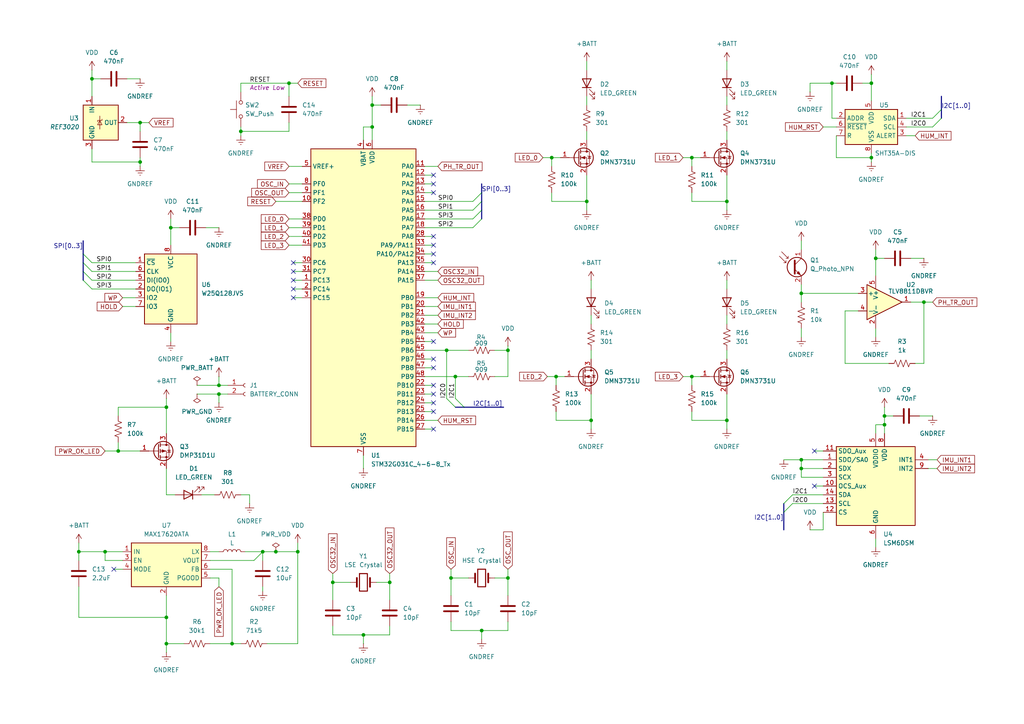
<source format=kicad_sch>
(kicad_sch (version 20231120) (generator "eeschema") (generator_version "8.0")
  (paper "A4")
  (junction (at 69.85 38.1))
  (junction (at 170.18 58.42))
  (junction (at 132.08 109.22))
  (junction (at 86.36 160.02))
  (junction (at 147.32 167.64))
  (junction (at 80.01 160.02))
  (junction (at 113.03 168.91))
  (junction (at 26.67 22.86))
  (junction (at 107.95 30.48))
  (junction (at 232.41 133.35))
  (junction (at 232.41 85.09))
  (junction (at 256.54 123.19))
  (junction (at 63.5 114.3))
  (junction (at 200.66 45.72))
  (junction (at 48.26 118.11))
  (junction (at 139.7 182.88))
  (junction (at 49.53 66.04))
  (junction (at 210.82 121.92))
  (junction (at 147.32 101.6))
  (junction (at 40.64 46.99))
  (junction (at 254 74.93))
  (junction (at 256.54 120.65))
  (junction (at 83.82 24.13))
  (junction (at 48.26 186.69))
  (junction (at 161.29 109.22))
  (junction (at 241.3 24.13))
  (junction (at 130.81 167.64))
  (junction (at 63.5 111.76))
  (junction (at 48.26 179.07))
  (junction (at 200.66 109.22))
  (junction (at 107.95 36.83))
  (junction (at 105.41 184.15))
  (junction (at 67.31 186.69))
  (junction (at 34.29 130.81))
  (junction (at 22.86 160.02))
  (junction (at 129.54 101.6))
  (junction (at 232.41 135.89))
  (junction (at 210.82 58.42))
  (junction (at 30.48 160.02))
  (junction (at 252.73 24.13))
  (junction (at 40.64 35.56))
  (junction (at 267.97 87.63))
  (junction (at 160.02 45.72))
  (junction (at 96.52 168.91))
  (junction (at 252.73 45.72))
  (junction (at 171.45 121.92))
  (junction (at 76.2 160.02))
  (no_connect (at 125.73 114.3))
  (no_connect (at 125.73 50.8))
  (no_connect (at 85.09 86.36))
  (no_connect (at 125.73 99.06))
  (no_connect (at 85.09 83.82))
  (no_connect (at 125.73 111.76))
  (no_connect (at 125.73 53.34))
  (no_connect (at 125.73 124.46))
  (no_connect (at 236.22 130.81))
  (no_connect (at 125.73 76.2))
  (no_connect (at 125.73 116.84))
  (no_connect (at 125.73 55.88))
  (no_connect (at 125.73 119.38))
  (no_connect (at 236.22 140.97))
  (no_connect (at 125.73 106.68))
  (no_connect (at 85.09 76.2))
  (no_connect (at 125.73 73.66))
  (no_connect (at 85.09 78.74))
  (no_connect (at 33.02 165.1))
  (no_connect (at 125.73 71.12))
  (no_connect (at 85.09 81.28))
  (no_connect (at 125.73 68.58))
  (no_connect (at 125.73 104.14))
  (bus_entry (at 227.33 148.59) (size 2.54 -2.54))
  (bus_entry (at 24.13 76.2) (size 2.54 2.54))
  (bus_entry (at 132.08 115.57) (size 2.54 2.54))
  (bus_entry (at 24.13 73.66) (size 2.54 2.54))
  (bus_entry (at 24.13 78.74) (size 2.54 2.54))
  (bus_entry (at 273.05 34.29) (size -2.54 2.54))
  (bus_entry (at 137.16 60.96) (size 2.54 -2.54))
  (bus_entry (at 227.33 146.05) (size 2.54 -2.54))
  (bus_entry (at 137.16 63.5) (size 2.54 -2.54))
  (bus_entry (at 273.05 31.75) (size -2.54 2.54))
  (bus_entry (at 24.13 81.28) (size 2.54 2.54))
  (bus_entry (at 137.16 58.42) (size 2.54 -2.54))
  (bus_entry (at 129.54 115.57) (size 2.54 2.54))
  (bus_entry (at 137.16 66.04) (size 2.54 -2.54))
  (wire (pts (xy 105.41 132.08) (xy 105.41 135.89)))
  (wire (pts (xy 63.5 109.22) (xy 63.5 111.76)))
  (wire (pts (xy 73.66 162.56) (xy 76.2 160.02)))
  (wire (pts (xy 229.87 146.05) (xy 238.76 146.05)))
  (wire (pts (xy 143.51 101.6) (xy 147.32 101.6)))
  (bus (pts (xy 24.13 76.2) (xy 24.13 78.74)))
  (wire (pts (xy 262.89 34.29) (xy 270.51 34.29)))
  (wire (pts (xy 250.19 24.13) (xy 252.73 24.13)))
  (wire (pts (xy 105.41 40.64) (xy 105.41 36.83)))
  (wire (pts (xy 58.42 143.51) (xy 62.23 143.51)))
  (wire (pts (xy 49.53 66.04) (xy 52.07 66.04)))
  (wire (pts (xy 139.7 182.88) (xy 139.7 185.42)))
  (wire (pts (xy 49.53 96.52) (xy 49.53 99.06)))
  (wire (pts (xy 69.85 38.1) (xy 83.82 38.1)))
  (wire (pts (xy 123.19 68.58) (xy 125.73 68.58)))
  (wire (pts (xy 63.5 170.18) (xy 63.5 167.64)))
  (wire (pts (xy 67.31 186.69) (xy 69.85 186.69)))
  (wire (pts (xy 123.19 114.3) (xy 125.73 114.3)))
  (bus (pts (xy 139.7 58.42) (xy 139.7 60.96)))
  (wire (pts (xy 123.19 91.44) (xy 127 91.44)))
  (wire (pts (xy 123.19 96.52) (xy 127 96.52)))
  (wire (pts (xy 171.45 81.28) (xy 171.45 83.82)))
  (wire (pts (xy 40.64 35.56) (xy 43.18 35.56)))
  (wire (pts (xy 256.54 118.11) (xy 256.54 120.65)))
  (wire (pts (xy 33.02 165.1) (xy 35.56 165.1)))
  (wire (pts (xy 49.53 66.04) (xy 49.53 71.12)))
  (wire (pts (xy 85.09 81.28) (xy 87.63 81.28)))
  (wire (pts (xy 123.19 81.28) (xy 127 81.28)))
  (wire (pts (xy 113.03 168.91) (xy 109.22 168.91)))
  (wire (pts (xy 107.95 27.94) (xy 107.95 30.48)))
  (wire (pts (xy 113.03 184.15) (xy 113.03 181.61)))
  (wire (pts (xy 30.48 160.02) (xy 22.86 160.02)))
  (wire (pts (xy 242.57 45.72) (xy 252.73 45.72)))
  (wire (pts (xy 170.18 58.42) (xy 170.18 60.96)))
  (wire (pts (xy 158.75 109.22) (xy 161.29 109.22)))
  (wire (pts (xy 267.97 87.63) (xy 270.51 87.63)))
  (wire (pts (xy 242.57 39.37) (xy 242.57 45.72)))
  (wire (pts (xy 83.82 24.13) (xy 86.36 24.13)))
  (wire (pts (xy 83.82 53.34) (xy 87.63 53.34)))
  (wire (pts (xy 210.82 91.44) (xy 210.82 93.98)))
  (wire (pts (xy 266.7 120.65) (xy 270.51 120.65)))
  (wire (pts (xy 234.95 24.13) (xy 241.3 24.13)))
  (wire (pts (xy 210.82 121.92) (xy 210.82 124.46)))
  (wire (pts (xy 26.67 20.32) (xy 26.67 22.86)))
  (wire (pts (xy 256.54 123.19) (xy 256.54 125.73)))
  (wire (pts (xy 232.41 135.89) (xy 232.41 138.43)))
  (wire (pts (xy 26.67 81.28) (xy 39.37 81.28)))
  (wire (pts (xy 232.41 95.25) (xy 232.41 97.79)))
  (bus (pts (xy 139.7 53.34) (xy 139.7 55.88)))
  (wire (pts (xy 170.18 27.94) (xy 170.18 30.48)))
  (wire (pts (xy 157.48 45.72) (xy 160.02 45.72)))
  (wire (pts (xy 26.67 46.99) (xy 26.67 43.18)))
  (wire (pts (xy 123.19 60.96) (xy 137.16 60.96)))
  (wire (pts (xy 105.41 184.15) (xy 105.41 186.69)))
  (wire (pts (xy 171.45 101.6) (xy 171.45 104.14)))
  (wire (pts (xy 241.3 24.13) (xy 241.3 34.29)))
  (wire (pts (xy 245.11 105.41) (xy 257.81 105.41)))
  (wire (pts (xy 242.57 34.29) (xy 241.3 34.29)))
  (wire (pts (xy 129.54 101.6) (xy 129.54 115.57)))
  (wire (pts (xy 227.33 133.35) (xy 232.41 133.35)))
  (wire (pts (xy 26.67 22.86) (xy 26.67 27.94)))
  (wire (pts (xy 63.5 114.3) (xy 66.04 114.3)))
  (bus (pts (xy 132.08 118.11) (xy 134.62 118.11)))
  (wire (pts (xy 147.32 100.33) (xy 147.32 101.6)))
  (wire (pts (xy 48.26 186.69) (xy 48.26 189.23)))
  (wire (pts (xy 210.82 17.78) (xy 210.82 20.32)))
  (wire (pts (xy 252.73 21.59) (xy 252.73 24.13)))
  (wire (pts (xy 85.09 76.2) (xy 87.63 76.2)))
  (bus (pts (xy 227.33 148.59) (xy 227.33 153.67)))
  (wire (pts (xy 105.41 36.83) (xy 107.95 36.83)))
  (wire (pts (xy 238.76 153.67) (xy 238.76 148.59)))
  (wire (pts (xy 248.92 90.17) (xy 245.11 90.17)))
  (wire (pts (xy 123.19 119.38) (xy 125.73 119.38)))
  (wire (pts (xy 236.22 140.97) (xy 238.76 140.97)))
  (wire (pts (xy 67.31 165.1) (xy 67.31 186.69)))
  (wire (pts (xy 171.45 121.92) (xy 161.29 121.92)))
  (wire (pts (xy 85.09 83.82) (xy 87.63 83.82)))
  (wire (pts (xy 80.01 160.02) (xy 86.36 160.02)))
  (wire (pts (xy 57.15 114.3) (xy 63.5 114.3)))
  (wire (pts (xy 160.02 45.72) (xy 162.56 45.72)))
  (wire (pts (xy 22.86 160.02) (xy 22.86 162.56)))
  (wire (pts (xy 123.19 50.8) (xy 125.73 50.8)))
  (wire (pts (xy 72.39 143.51) (xy 69.85 143.51)))
  (wire (pts (xy 71.12 160.02) (xy 76.2 160.02)))
  (wire (pts (xy 86.36 160.02) (xy 86.36 186.69)))
  (wire (pts (xy 210.82 58.42) (xy 200.66 58.42)))
  (wire (pts (xy 86.36 157.48) (xy 86.36 160.02)))
  (wire (pts (xy 83.82 68.58) (xy 87.63 68.58)))
  (wire (pts (xy 22.86 179.07) (xy 48.26 179.07)))
  (wire (pts (xy 198.12 109.22) (xy 200.66 109.22)))
  (wire (pts (xy 123.19 63.5) (xy 137.16 63.5)))
  (wire (pts (xy 69.85 24.13) (xy 83.82 24.13)))
  (wire (pts (xy 123.19 111.76) (xy 125.73 111.76)))
  (wire (pts (xy 200.66 111.76) (xy 200.66 109.22)))
  (wire (pts (xy 232.41 85.09) (xy 248.92 85.09)))
  (wire (pts (xy 40.64 46.99) (xy 40.64 48.26)))
  (wire (pts (xy 210.82 50.8) (xy 210.82 58.42)))
  (wire (pts (xy 262.89 36.83) (xy 270.51 36.83)))
  (wire (pts (xy 107.95 36.83) (xy 107.95 40.64)))
  (bus (pts (xy 139.7 60.96) (xy 139.7 63.5)))
  (wire (pts (xy 22.86 157.48) (xy 22.86 160.02)))
  (wire (pts (xy 40.64 35.56) (xy 36.83 35.56)))
  (wire (pts (xy 123.19 48.26) (xy 127 48.26)))
  (wire (pts (xy 160.02 48.26) (xy 160.02 45.72)))
  (wire (pts (xy 200.66 48.26) (xy 200.66 45.72)))
  (wire (pts (xy 139.7 182.88) (xy 147.32 182.88)))
  (wire (pts (xy 48.26 115.57) (xy 48.26 118.11)))
  (wire (pts (xy 171.45 114.3) (xy 171.45 121.92)))
  (wire (pts (xy 236.22 130.81) (xy 238.76 130.81)))
  (wire (pts (xy 269.24 133.35) (xy 271.78 133.35)))
  (wire (pts (xy 123.19 116.84) (xy 125.73 116.84)))
  (wire (pts (xy 264.16 74.93) (xy 267.97 74.93)))
  (wire (pts (xy 200.66 58.42) (xy 200.66 55.88)))
  (bus (pts (xy 24.13 73.66) (xy 24.13 76.2)))
  (wire (pts (xy 252.73 24.13) (xy 252.73 29.21)))
  (bus (pts (xy 134.62 118.11) (xy 146.05 118.11)))
  (wire (pts (xy 60.96 160.02) (xy 63.5 160.02)))
  (wire (pts (xy 96.52 184.15) (xy 105.41 184.15)))
  (wire (pts (xy 130.81 167.64) (xy 130.81 172.72)))
  (wire (pts (xy 234.95 26.67) (xy 234.95 24.13)))
  (wire (pts (xy 210.82 38.1) (xy 210.82 40.64)))
  (wire (pts (xy 130.81 182.88) (xy 139.7 182.88)))
  (wire (pts (xy 123.19 76.2) (xy 125.73 76.2)))
  (wire (pts (xy 147.32 101.6) (xy 147.32 109.22)))
  (wire (pts (xy 254 72.39) (xy 254 74.93)))
  (wire (pts (xy 160.02 58.42) (xy 160.02 55.88)))
  (wire (pts (xy 170.18 38.1) (xy 170.18 40.64)))
  (wire (pts (xy 254 95.25) (xy 254 97.79)))
  (wire (pts (xy 256.54 120.65) (xy 259.08 120.65)))
  (wire (pts (xy 77.47 186.69) (xy 86.36 186.69)))
  (wire (pts (xy 200.66 109.22) (xy 203.2 109.22)))
  (wire (pts (xy 147.32 165.1) (xy 147.32 167.64)))
  (wire (pts (xy 34.29 128.27) (xy 34.29 130.81)))
  (wire (pts (xy 161.29 121.92) (xy 161.29 119.38)))
  (wire (pts (xy 34.29 120.65) (xy 34.29 118.11)))
  (wire (pts (xy 123.19 93.98) (xy 127 93.98)))
  (wire (pts (xy 72.39 146.05) (xy 72.39 143.51)))
  (wire (pts (xy 83.82 63.5) (xy 87.63 63.5)))
  (wire (pts (xy 40.64 38.1) (xy 40.64 35.56)))
  (wire (pts (xy 210.82 121.92) (xy 200.66 121.92)))
  (wire (pts (xy 123.19 88.9) (xy 127 88.9)))
  (wire (pts (xy 171.45 91.44) (xy 171.45 93.98)))
  (wire (pts (xy 123.19 99.06) (xy 125.73 99.06)))
  (wire (pts (xy 123.19 73.66) (xy 125.73 73.66)))
  (wire (pts (xy 76.2 160.02) (xy 80.01 160.02)))
  (wire (pts (xy 147.32 182.88) (xy 147.32 180.34)))
  (wire (pts (xy 59.69 66.04) (xy 63.5 66.04)))
  (wire (pts (xy 76.2 162.56) (xy 76.2 160.02)))
  (wire (pts (xy 232.41 135.89) (xy 238.76 135.89)))
  (wire (pts (xy 101.6 168.91) (xy 96.52 168.91)))
  (wire (pts (xy 254 123.19) (xy 256.54 123.19)))
  (wire (pts (xy 123.19 106.68) (xy 125.73 106.68)))
  (wire (pts (xy 254 74.93) (xy 256.54 74.93)))
  (wire (pts (xy 132.08 109.22) (xy 135.89 109.22)))
  (wire (pts (xy 170.18 50.8) (xy 170.18 58.42)))
  (bus (pts (xy 273.05 27.94) (xy 273.05 31.75)))
  (wire (pts (xy 254 156.21) (xy 254 158.75)))
  (wire (pts (xy 80.01 58.42) (xy 87.63 58.42)))
  (wire (pts (xy 22.86 170.18) (xy 22.86 179.07)))
  (wire (pts (xy 60.96 165.1) (xy 67.31 165.1)))
  (wire (pts (xy 254 125.73) (xy 254 123.19)))
  (wire (pts (xy 48.26 179.07) (xy 48.26 186.69)))
  (wire (pts (xy 48.26 143.51) (xy 48.26 135.89)))
  (wire (pts (xy 130.81 180.34) (xy 130.81 182.88)))
  (wire (pts (xy 35.56 162.56) (xy 30.48 162.56)))
  (wire (pts (xy 85.09 78.74) (xy 87.63 78.74)))
  (wire (pts (xy 241.3 24.13) (xy 242.57 24.13)))
  (wire (pts (xy 69.85 26.67) (xy 69.85 24.13)))
  (wire (pts (xy 123.19 104.14) (xy 125.73 104.14)))
  (wire (pts (xy 161.29 109.22) (xy 163.83 109.22)))
  (wire (pts (xy 34.29 130.81) (xy 40.64 130.81)))
  (wire (pts (xy 123.19 66.04) (xy 137.16 66.04)))
  (wire (pts (xy 83.82 24.13) (xy 83.82 27.94)))
  (wire (pts (xy 200.66 45.72) (xy 203.2 45.72)))
  (wire (pts (xy 83.82 48.26) (xy 87.63 48.26)))
  (wire (pts (xy 48.26 172.72) (xy 48.26 179.07)))
  (wire (pts (xy 210.82 58.42) (xy 210.82 60.96)))
  (wire (pts (xy 26.67 22.86) (xy 29.21 22.86)))
  (wire (pts (xy 123.19 78.74) (xy 127 78.74)))
  (wire (pts (xy 171.45 121.92) (xy 171.45 124.46)))
  (wire (pts (xy 170.18 17.78) (xy 170.18 20.32)))
  (wire (pts (xy 83.82 38.1) (xy 83.82 35.56)))
  (wire (pts (xy 210.82 27.94) (xy 210.82 30.48)))
  (wire (pts (xy 232.41 82.55) (xy 232.41 85.09)))
  (wire (pts (xy 170.18 58.42) (xy 160.02 58.42)))
  (bus (pts (xy 139.7 55.88) (xy 139.7 58.42)))
  (bus (pts (xy 273.05 31.75) (xy 273.05 34.29)))
  (wire (pts (xy 210.82 114.3) (xy 210.82 121.92)))
  (wire (pts (xy 130.81 165.1) (xy 130.81 167.64)))
  (wire (pts (xy 26.67 83.82) (xy 39.37 83.82)))
  (wire (pts (xy 269.24 135.89) (xy 271.78 135.89)))
  (wire (pts (xy 123.19 109.22) (xy 132.08 109.22)))
  (wire (pts (xy 267.97 87.63) (xy 267.97 105.41)))
  (wire (pts (xy 105.41 184.15) (xy 113.03 184.15)))
  (wire (pts (xy 210.82 81.28) (xy 210.82 83.82)))
  (wire (pts (xy 147.32 167.64) (xy 143.51 167.64)))
  (wire (pts (xy 63.5 167.64) (xy 60.96 167.64)))
  (wire (pts (xy 30.48 162.56) (xy 30.48 160.02)))
  (wire (pts (xy 132.08 109.22) (xy 132.08 115.57)))
  (wire (pts (xy 254 74.93) (xy 254 80.01)))
  (bus (pts (xy 24.13 69.85) (xy 24.13 73.66)))
  (wire (pts (xy 48.26 186.69) (xy 53.34 186.69)))
  (wire (pts (xy 245.11 90.17) (xy 245.11 105.41)))
  (wire (pts (xy 35.56 160.02) (xy 30.48 160.02)))
  (wire (pts (xy 83.82 71.12) (xy 87.63 71.12)))
  (wire (pts (xy 229.87 143.51) (xy 238.76 143.51)))
  (wire (pts (xy 200.66 121.92) (xy 200.66 119.38)))
  (wire (pts (xy 50.8 143.51) (xy 48.26 143.51)))
  (wire (pts (xy 96.52 168.91) (xy 96.52 173.99)))
  (wire (pts (xy 262.89 39.37) (xy 265.43 39.37)))
  (wire (pts (xy 85.09 86.36) (xy 87.63 86.36)))
  (wire (pts (xy 107.95 30.48) (xy 110.49 30.48)))
  (wire (pts (xy 147.32 172.72) (xy 147.32 167.64)))
  (wire (pts (xy 30.48 130.81) (xy 34.29 130.81)))
  (wire (pts (xy 96.52 181.61) (xy 96.52 184.15)))
  (wire (pts (xy 143.51 109.22) (xy 147.32 109.22)))
  (wire (pts (xy 252.73 44.45) (xy 252.73 45.72)))
  (wire (pts (xy 76.2 170.18) (xy 76.2 171.45)))
  (wire (pts (xy 238.76 36.83) (xy 242.57 36.83)))
  (wire (pts (xy 83.82 66.04) (xy 87.63 66.04)))
  (wire (pts (xy 48.26 118.11) (xy 48.26 125.73)))
  (wire (pts (xy 232.41 85.09) (xy 232.41 87.63)))
  (wire (pts (xy 35.56 86.36) (xy 39.37 86.36)))
  (wire (pts (xy 123.19 53.34) (xy 125.73 53.34)))
  (bus (pts (xy 24.13 78.74) (xy 24.13 81.28)))
  (wire (pts (xy 123.19 58.42) (xy 137.16 58.42)))
  (wire (pts (xy 34.29 118.11) (xy 48.26 118.11)))
  (wire (pts (xy 69.85 38.1) (xy 69.85 39.37)))
  (wire (pts (xy 123.19 86.36) (xy 127 86.36)))
  (wire (pts (xy 63.5 116.84) (xy 63.5 114.3)))
  (wire (pts (xy 113.03 166.37) (xy 113.03 168.91)))
  (wire (pts (xy 210.82 101.6) (xy 210.82 104.14)))
  (bus (pts (xy 227.33 146.05) (xy 227.33 148.59)))
  (wire (pts (xy 123.19 121.92) (xy 127 121.92)))
  (wire (pts (xy 35.56 88.9) (xy 39.37 88.9)))
  (wire (pts (xy 123.19 101.6) (xy 129.54 101.6)))
  (wire (pts (xy 40.64 45.72) (xy 40.64 46.99)))
  (wire (pts (xy 83.82 55.88) (xy 87.63 55.88)))
  (wire (pts (xy 60.96 162.56) (xy 73.66 162.56)))
  (wire (pts (xy 232.41 138.43) (xy 238.76 138.43)))
  (wire (pts (xy 57.15 111.76) (xy 63.5 111.76)))
  (wire (pts (xy 49.53 63.5) (xy 49.53 66.04)))
  (wire (pts (xy 232.41 133.35) (xy 238.76 133.35)))
  (wire (pts (xy 161.29 111.76) (xy 161.29 109.22)))
  (wire (pts (xy 135.89 167.64) (xy 130.81 167.64)))
  (wire (pts (xy 118.11 30.48) (xy 121.92 30.48)))
  (wire (pts (xy 107.95 30.48) (xy 107.95 36.83)))
  (wire (pts (xy 40.64 46.99) (xy 26.67 46.99)))
  (wire (pts (xy 63.5 111.76) (xy 66.04 111.76)))
  (wire (pts (xy 198.12 45.72) (xy 200.66 45.72)))
  (wire (pts (xy 60.96 186.69) (xy 67.31 186.69)))
  (wire (pts (xy 36.83 22.86) (xy 40.64 22.86)))
  (wire (pts (xy 232.41 133.35) (xy 232.41 135.89)))
  (wire (pts (xy 232.41 69.85) (xy 232.41 72.39)))
  (wire (pts (xy 123.19 124.46) (xy 125.73 124.46)))
  (wire (pts (xy 113.03 173.99) (xy 113.03 168.91)))
  (wire (pts (xy 123.19 55.88) (xy 125.73 55.88)))
  (wire (pts (xy 252.73 45.72) (xy 252.73 46.99)))
  (wire (pts (xy 69.85 36.83) (xy 69.85 38.1)))
  (wire (pts (xy 123.19 71.12) (xy 125.73 71.12)))
  (wire (pts (xy 234.95 153.67) (xy 238.76 153.67)))
  (wire (pts (xy 96.52 166.37) (xy 96.52 168.91)))
  (wire (pts (xy 265.43 105.41) (xy 267.97 105.41)))
  (wire (pts (xy 129.54 101.6) (xy 135.89 101.6)))
  (wire (pts (xy 26.67 76.2) (xy 39.37 76.2)))
  (wire (pts (xy 264.16 87.63) (xy 267.97 87.63)))
  (wire (pts (xy 26.67 78.74) (xy 39.37 78.74)))
  (wire (pts (xy 256.54 120.65) (xy 256.54 123.19)))
  (label "SPI1" (at 27.94 78.74 0))
  (label "I2C1" (at 229.87 143.51 0))
  (label "I2C0" (at 264.16 36.83 0))
  (label "I2C[1..0]" (at 273.05 31.75 0))
  (label "SPI[0..3]" (at 24.13 72.39 180))
  (label "I2C1" (at 132.08 115.57 90))
  (label "SPI2" (at 127 66.04 0))
  (label "SPI1" (at 127 60.96 0))
  (label "I2C1" (at 264.16 34.29 0))
  (label "SPI[0..3]" (at 139.7 55.88 0))
  (label "I2C0" (at 129.54 115.57 90))
  (label "SPI2" (at 27.94 81.28 0))
  (label "SPI3" (at 127 63.5 0))
  (label "I2C0" (at 229.87 146.05 0))
  (label "I2C[1..0]" (at 227.33 151.13 180))
  (label "RESET" (at 72.39 24.13 0) (property "Signal" "Active Low" (at 72.39 25.4 0) (effects (font (italic yes)) (justify left))))
  (label "SPI3" (at 27.94 83.82 0))
  (label "SPI0" (at 27.94 76.2 0))
  (label "I2C[1..0]" (at 137.16 118.11 0))
  (label "SPI0" (at 127 58.42 0))
  (global_label "RESET" (shape input) (at 86.36 24.13 0) (property "Intersheetrefs" "${INTERSHEET_REFS}" (effects (hide yes))))
  (global_label "IMU_INT2" (shape input) (at 127 91.44 0) (property "Intersheetrefs" "${INTERSHEET_REFS}" (effects (hide yes))))
  (global_label "OSC32_IN" (shape input) (at 127 78.74 0) (property "Intersheetrefs" "${INTERSHEET_REFS}" (effects (hide yes))))
  (global_label "IMU_INT1" (shape input) (at 127 88.9 0) (property "Intersheetrefs" "${INTERSHEET_REFS}" (effects (hide yes))))
  (global_label "LED_2" (shape input) (at 158.75 109.22 180) (property "Intersheetrefs" "${INTERSHEET_REFS}" (effects (hide yes))))
  (global_label "HUM_INT" (shape input) (at 127 86.36 0) (property "Intersheetrefs" "${INTERSHEET_REFS}" (effects (hide yes))))
  (global_label "IMU_INT1" (shape input) (at 271.78 133.35 0) (property "Intersheetrefs" "${INTERSHEET_REFS}" (effects (hide yes))))
  (global_label "WP" (shape input) (at 127 96.52 0) (property "Intersheetrefs" "${INTERSHEET_REFS}" (effects (hide yes))))
  (global_label "OSC_IN" (shape input) (at 130.81 165.1 90) (property "Intersheetrefs" "${INTERSHEET_REFS}" (effects (hide yes))))
  (global_label "OSC_OUT" (shape input) (at 147.32 165.1 90) (property "Intersheetrefs" "${INTERSHEET_REFS}" (effects (hide yes))))
  (global_label "IMU_INT2" (shape input) (at 271.78 135.89 0) (property "Intersheetrefs" "${INTERSHEET_REFS}" (effects (hide yes))))
  (global_label "OSC_OUT" (shape input) (at 83.82 55.88 180) (property "Intersheetrefs" "${INTERSHEET_REFS}" (effects (hide yes))))
  (global_label "LED_3" (shape input) (at 83.82 71.12 180) (property "Intersheetrefs" "${INTERSHEET_REFS}" (effects (hide yes))))
  (global_label "LED_0" (shape input) (at 83.82 63.5 180) (property "Intersheetrefs" "${INTERSHEET_REFS}" (effects (hide yes))))
  (global_label "LED_0" (shape input) (at 157.48 45.72 180) (property "Intersheetrefs" "${INTERSHEET_REFS}" (effects (hide yes))))
  (global_label "LED_3" (shape input) (at 198.12 109.22 180) (property "Intersheetrefs" "${INTERSHEET_REFS}" (effects (hide yes))))
  (global_label "OSC32_IN" (shape input) (at 96.52 166.37 90) (property "Intersheetrefs" "${INTERSHEET_REFS}" (effects (hide yes))))
  (global_label "OSC32_OUT" (shape input) (at 113.03 166.37 90) (property "Intersheetrefs" "${INTERSHEET_REFS}" (effects (hide yes))))
  (global_label "RESET" (shape input) (at 80.01 58.42 180) (property "Intersheetrefs" "${INTERSHEET_REFS}" (effects (hide yes))))
  (global_label "PWR_OK_LED" (shape input) (at 63.5 170.18 270) (property "Intersheetrefs" "${INTERSHEET_REFS}" (effects (hide yes))))
  (global_label "VREF" (shape input) (at 43.18 35.56 0) (property "Intersheetrefs" "${INTERSHEET_REFS}" (effects (hide yes))))
  (global_label "VREF" (shape input) (at 83.82 48.26 180) (property "Intersheetrefs" "${INTERSHEET_REFS}" (effects (hide yes))))
  (global_label "PH_TR_OUT" (shape input) (at 127 48.26 0) (property "Intersheetrefs" "${INTERSHEET_REFS}" (effects (hide yes))))
  (global_label "LED_1" (shape input) (at 198.12 45.72 180) (property "Intersheetrefs" "${INTERSHEET_REFS}" (effects (hide yes))) (property "Signal" "Active High" (effects (hide yes))))
  (global_label "LED_2" (shape input) (at 83.82 68.58 180) (property "Intersheetrefs" "${INTERSHEET_REFS}" (effects (hide yes))))
  (global_label "LED_1" (shape input) (at 83.82 66.04 180) (property "Intersheetrefs" "${INTERSHEET_REFS}" (effects (hide yes))))
  (global_label "PH_TR_OUT" (shape input) (at 270.51 87.63 0) (property "Intersheetrefs" "${INTERSHEET_REFS}" (effects (hide yes))))
  (global_label "HOLD" (shape input) (at 127 93.98 0) (property "Intersheetrefs" "${INTERSHEET_REFS}" (effects (hide yes))))
  (global_label "OSC_IN" (shape input) (at 83.82 53.34 180) (property "Intersheetrefs" "${INTERSHEET_REFS}" (effects (hide yes))))
  (global_label "HUM_RST" (shape input) (at 238.76 36.83 180) (property "Intersheetrefs" "${INTERSHEET_REFS}" (effects (hide yes))))
  (global_label "WP" (shape input) (at 35.56 86.36 180) (property "Intersheetrefs" "${INTERSHEET_REFS}" (effects (hide yes))))
  (global_label "PWR_OK_LED" (shape input) (at 30.48 130.81 180) (property "Intersheetrefs" "${INTERSHEET_REFS}" (effects (hide yes))))
  (global_label "HUM_RST" (shape input) (at 127 121.92 0) (property "Intersheetrefs" "${INTERSHEET_REFS}" (effects (hide yes))))
  (global_label "OSC32_OUT" (shape input) (at 127 81.28 0) (property "Intersheetrefs" "${INTERSHEET_REFS}" (effects (hide yes))))
  (global_label "HUM_INT" (shape input) (at 265.43 39.37 0) (property "Intersheetrefs" "${INTERSHEET_REFS}" (effects (hide yes))))
  (global_label "HOLD" (shape input) (at 35.56 88.9 180) (property "Intersheetrefs" "${INTERSHEET_REFS}" (effects (hide yes))))
  (symbol (lib_id "Device:R_US") (at 66.04 143.51 90) (unit 1)
    (property "Reference" "R8" (at 66.04 137.16 90))
    (property "Value" "301" (at 66.04 139.7 90))
    (property "Footprint" "Resistor_SMD:R_0402_1005Metric" (effects (hide yes)))
    (property "Datasheet" "https://www.bourns.com/docs/product-datasheets/cr.pdf" (effects (hide yes)))
    (property "Description" "Constant current source" (effects (hide yes)))
    (property "Manufacturer" "Bourns Inc." (effects (hide yes)))
    (property "Part Number" "CR0402-FX-3010GLF" (effects (hide yes)))
  )
  (symbol (lib_id "power:VDD") (at 107.95 27.94 0) (unit 1)
    (property "Reference" "#PWR012" (effects (hide yes)))
    (property "Value" "VDD" (at 107.95 22.86 0))
    (property "Description" "Power symbol creates a global label with name \"VDD\"" (effects (hide yes)))
  )
  (symbol (lib_id "Device:Q_NMOS_GSD") (at 208.28 109.22 0) (unit 1)
    (property "Reference" "Q6" (at 214.63 107.9499 0) (effects (justify left)))
    (property "Value" "DMN3731U" (at 214.63 110.4899 0) (effects (justify left)))
    (property "Footprint" "Package_TO_SOT_SMD:SOT-23-3" (effects (hide yes)))
    (property "Datasheet" "https://www.diodes.com/assets/Datasheets/DMN3731U.pdf" (effects (hide yes)))
    (property "Description" "30V N-CHANNEL ENHANCEMENT MODE MOSFET" (effects (hide yes)))
    (property "Manufacturer" "Diodes Incorporated" (effects (hide yes)))
    (property "Product Number" "DMN3731U" (effects (hide yes)))
  )
  (symbol (lib_id "Device:R_US") (at 160.02 52.07 0) (unit 1)
    (property "Reference" "R10" (at 162.56 50.7999 0) (effects (justify left)))
    (property "Value" "100k" (at 162.56 53.3399 0) (effects (justify left)))
    (property "Footprint" "Resistor_SMD:R_0402_1005Metric" (effects (hide yes)))
    (property "Datasheet" "https://www.bourns.com/docs/product-datasheets/cr.pdf" (effects (hide yes)))
    (property "Description" "Pullup Resistor" (effects (hide yes)))
    (property "Manufacturer" "Bourns Inc." (effects (hide yes)))
    (property "Part Number" "CR0402-FX-1003GLF" (effects (hide yes)))
  )
  (symbol (lib_id "Device:R_US") (at 34.29 124.46 0) (unit 1)
    (property "Reference" "R7" (at 36.83 123.1899 0) (effects (justify left)))
    (property "Value" "100k" (at 36.83 125.7299 0) (effects (justify left)))
    (property "Footprint" "Resistor_SMD:R_0402_1005Metric" (effects (hide yes)))
    (property "Datasheet" "https://www.bourns.com/docs/product-datasheets/cr.pdf" (effects (hide yes)))
    (property "Description" "Pullup Resistor" (effects (hide yes)))
    (property "Manufacturer" "Bourns Inc." (effects (hide yes)))
    (property "Part Number" "CR0402-FX-1003GLF" (effects (hide yes)))
  )
  (symbol (lib_id "Device:C") (at 76.2 166.37 180) (unit 1)
    (property "Reference" "C12" (at 80.01 165.0999 0) (effects (justify right)))
    (property "Value" "10uF" (at 80.01 167.6399 0) (effects (justify right)))
    (property "Footprint" "Capacitor_SMD:C_0603_1608Metric" (effects (hide yes)))
    (property "Datasheet" "https://search.murata.co.jp/Ceramy/image/img/A01X/G101/ENG/GRM188Z71A106KA73-01A.pdf" (effects (hide yes)))
    (property "Description" "Bypass capacitor" (effects (hide yes)))
    (property "Manufacturer" "Murata Electronics" (effects (hide yes)))
    (property "Part Number" "GRM188Z71A106KA73D" (effects (hide yes)))
  )
  (symbol (lib_id "Device:C") (at 260.35 74.93 90) (unit 1)
    (property "Reference" "C5" (at 260.35 67.31 90))
    (property "Value" "470nF" (at 260.35 69.85 90))
    (property "Footprint" "Capacitor_SMD:C_0402_1005Metric" (effects (hide yes)))
    (property "Datasheet" "https://search.murata.co.jp/Ceramy/image/img/A01X/G101/ENG/GCM155C71A474KE36-01.pdf" (effects (hide yes)))
    (property "Description" "Bypass capacitor" (effects (hide yes)))
    (property "Manufacturer" "Murata Electronics" (effects (hide yes)))
    (property "Part Number" "GCM155C71A474KE36D" (effects (hide yes)))
  )
  (symbol (lib_id "Reference_Voltage:REF3020") (at 29.21 35.56 0) (unit 1)
    (property "Reference" "U3" (at 22.86 34.2899 0) (effects (justify right)))
    (property "Value" "REF3020" (at 22.86 36.8299 0) (effects (font (italic yes)) (justify right)))
    (property "Footprint" "Package_TO_SOT_SMD:SOT-23" (effects (hide yes)))
    (property "Datasheet" "http://www.ti.com/lit/ds/symlink/ref3033.pdf" (effects (hide yes)))
    (property "Description" "2.048V 50-ppm/°C Max, 50-μA, CMOS Voltage Reference, SOT-23-3" (effects (hide yes)))
  )
  (symbol (lib_id "Device:C") (at 55.88 66.04 90) (unit 1)
    (property "Reference" "C11" (at 55.88 58.42 90))
    (property "Value" "470nF" (at 55.88 60.96 90))
    (property "Footprint" "Capacitor_SMD:C_0402_1005Metric" (effects (hide yes)))
    (property "Datasheet" "https://search.murata.co.jp/Ceramy/image/img/A01X/G101/ENG/GCM155C71A474KE36-01.pdf" (effects (hide yes)))
    (property "Description" "Bypass capacitor" (effects (hide yes)))
    (property "Manufacturer" "Murata Electronics" (effects (hide yes)))
    (property "Part Number" "GCM155C71A474KE36D" (effects (hide yes)))
  )
  (symbol (lib_id "power:GNDREF") (at 139.7 185.42 0) (unit 1)
    (property "Reference" "#PWR02" (effects (hide yes)))
    (property "Value" "GNDREF" (at 139.7 190.5 0))
    (property "Description" "Power symbol creates a global label with name \"GNDREF\" , reference supply ground" (effects (hide yes)))
  )
  (symbol (lib_id "Device:C") (at 40.64 41.91 180) (unit 1)
    (property "Reference" "C7" (at 44.45 40.6399 0) (effects (justify right)))
    (property "Value" "470nF" (at 44.45 43.1799 0) (effects (justify right)))
    (property "Footprint" "Capacitor_SMD:C_0402_1005Metric" (effects (hide yes)))
    (property "Datasheet" "https://search.murata.co.jp/Ceramy/image/img/A01X/G101/ENG/GCM155C71A474KE36-01.pdf" (effects (hide yes)))
    (property "Description" "Bypass capacitor" (effects (hide yes)))
    (property "Manufacturer" "Murata Electronics" (effects (hide yes)))
    (property "Part Number" "GCM155C71A474KE36D" (effects (hide yes)))
  )
  (symbol (lib_id "Memory_Flash:W25Q128JVS") (at 49.53 83.82 0) (unit 1)
    (property "Reference" "U6" (at 58.42 82.5499 0) (effects (justify left)))
    (property "Value" "W25Q128JVS" (at 58.42 85.0899 0) (effects (justify left)))
    (property "Footprint" "Package_SO:SOIC-8_5.23x5.23mm_P1.27mm" (effects (hide yes)))
    (property "Datasheet" "https://www.winbond.com/resource-files/w25q128jv_dtr%20revc%2003272018%20plus.pdf" (effects (hide yes)))
    (property "Description" "128Mb Serial Flash Memory, Standard/Dual/Quad SPI, SOIC-8" (effects (hide yes)))
  )
  (symbol (lib_id "power:GNDREF") (at 232.41 97.79 0) (unit 1)
    (property "Reference" "#PWR04" (effects (hide yes)))
    (property "Value" "GNDREF" (at 232.41 102.87 0))
    (property "Description" "Power symbol creates a global label with name \"GNDREF\" , reference supply ground" (effects (hide yes)))
  )
  (symbol (lib_id "power:VDD") (at 26.67 20.32 0) (unit 1)
    (property "Reference" "#PWR09" (effects (hide yes)))
    (property "Value" "VDD" (at 26.67 15.24 0))
    (property "Description" "Power symbol creates a global label with name \"VDD\"" (effects (hide yes)))
  )
  (symbol (lib_id "power:+BATT") (at 210.82 17.78 0) (unit 1)
    (property "Reference" "#PWR037" (effects (hide yes)))
    (property "Value" "+BATT" (at 210.82 12.7 0))
    (property "Description" "Power symbol creates a global label with name \"+BATT\"" (effects (hide yes)))
  )
  (symbol (lib_id "Device:C") (at 130.81 176.53 0) (unit 1)
    (property "Reference" "C1" (at 134.62 175.2599 0) (effects (justify left)))
    (property "Value" "10pF" (at 134.62 177.7999 0) (effects (justify left)))
    (property "Footprint" "Capacitor_SMD:C_0402_1005Metric" (effects (hide yes)))
    (property "Datasheet" "https://datasheets.kyocera-avx.com/KGQ-Series.pdf" (effects (hide yes)))
    (property "Description" "10pF Ultra Low ESR RF Capacitor" (effects (hide yes)))
    (property "Manufacturer" "Kyocera" (effects (hide yes)))
    (property "Part Number" "04025U100FAT2A" (effects (hide yes)))
  )
  (symbol (lib_id "Device:R_US") (at 261.62 105.41 90) (unit 1)
    (property "Reference" "R3" (at 261.62 99.06 90))
    (property "Value" "1k" (at 261.62 101.6 90))
    (property "Footprint" "Resistor_SMD:R_0402_1005Metric" (effects (hide yes)))
    (property "Datasheet" "https://www.bourns.com/docs/product-datasheets/cr.pdf" (effects (hide yes)))
    (property "Description" "Battery voltage divider resistor" (effects (hide yes)))
    (property "Manufacturer" "Bourns Inc." (effects (hide yes)))
    (property "Part Number" "CR0402-FX-1001GLF" (effects (hide yes)))
  )
  (symbol (lib_id "power:+BATT") (at 63.5 109.22 0) (unit 1)
    (property "Reference" "#PWR032" (effects (hide yes)))
    (property "Value" "+BATT" (at 63.5 104.14 0))
    (property "Description" "Power symbol creates a global label with name \"+BATT\"" (effects (hide yes)))
  )
  (symbol (lib_id "power:GNDREF") (at 105.41 186.69 0) (unit 1)
    (property "Reference" "#PWR01" (effects (hide yes)))
    (property "Value" "GNDREF" (at 105.41 191.77 0))
    (property "Description" "Power symbol creates a global label with name \"GNDREF\" , reference supply ground" (effects (hide yes)))
  )
  (symbol (lib_id "Device:R_US") (at 232.41 91.44 0) (unit 1)
    (property "Reference" "R1" (at 234.95 90.1699 0) (effects (justify left)))
    (property "Value" "10k" (at 234.95 92.7099 0) (effects (justify left)))
    (property "Footprint" "Resistor_SMD:R_0402_1005Metric" (effects (hide yes)))
    (property "Datasheet" "https://www.bourns.com/docs/product-datasheets/cr.pdf" (effects (hide yes)))
    (property "Description" "Battery voltage divider resistor" (effects (hide yes)))
    (property "Manufacturer" "Bourns Inc." (effects (hide yes)))
    (property "Part Number" "CR0402-FX-1002GLF" (effects (hide yes)))
  )
  (symbol (lib_id "Device:R_US") (at 161.29 115.57 0) (unit 1)
    (property "Reference" "R13" (at 163.83 114.2999 0) (effects (justify left)))
    (property "Value" "100k" (at 163.83 116.8399 0) (effects (justify left)))
    (property "Footprint" "Resistor_SMD:R_0402_1005Metric" (effects (hide yes)))
    (property "Datasheet" "https://www.bourns.com/docs/product-datasheets/cr.pdf" (effects (hide yes)))
    (property "Description" "Pullup Resistor" (effects (hide yes)))
    (property "Manufacturer" "Bourns Inc." (effects (hide yes)))
    (property "Part Number" "CR0402-FX-1003GLF" (effects (hide yes)))
  )
  (symbol (lib_id "Device:C") (at 113.03 177.8 0) (unit 1)
    (property "Reference" "C4" (at 116.84 176.5299 0) (effects (justify left)))
    (property "Value" "10pF" (at 116.84 179.0699 0) (effects (justify left)))
    (property "Footprint" "Capacitor_SMD:C_0402_1005Metric" (effects (hide yes)))
    (property "Datasheet" "https://datasheets.kyocera-avx.com/KGQ-Series.pdf" (effects (hide yes)))
    (property "Description" "10pF Ultra Low ESR RF Capacitor" (effects (hide yes)))
    (property "Manufacturer" "Kyocera" (effects (hide yes)))
    (property "Part Number" "04025U100FAT2A" (effects (hide yes)))
  )
  (symbol (lib_id "Device:Q_PMOS_GSD") (at 45.72 130.81 0) (unit 1)
    (property "Reference" "Q3" (at 52.07 129.5399 0) (effects (justify left)))
    (property "Value" "DMP31D1U" (at 52.07 132.0799 0) (effects (justify left)))
    (property "Footprint" "Package_TO_SOT_SMD:SOT-23-3" (effects (hide yes)))
    (property "Datasheet" "https://www.diodes.com/assets/Datasheets/DMP31D1U.pdf" (effects (hide yes)))
    (property "Description" "30V P-CHANNEL ENHANCEMENT MODE MOSFET" (effects (hide yes)))
    (property "Manufacturer" "Diodes Incorporated" (effects (hide yes)))
    (property "Product Number" "DMP31D1U-7" (effects (hide yes)))
  )
  (symbol (lib_id "Device:R_US") (at 73.66 186.69 90) (unit 1)
    (property "Reference" "R2" (at 73.66 180.34 90))
    (property "Value" "71k5" (at 73.66 182.88 90))
    (property "Footprint" "Resistor_SMD:R_0402_1005Metric" (effects (hide yes)))
    (property "Datasheet" "https://www.bourns.com/docs/product-datasheets/cr.pdf" (effects (hide yes)))
    (property "Description" "Battery voltage divider resistor" (effects (hide yes)))
    (property "Manufacturer" "Bourns Inc." (effects (hide yes)))
    (property "Part Number" "CR0402-FX-7152GLF" (effects (hide yes)))
  )
  (symbol (lib_id "power:GNDREF") (at 254 97.79 0) (unit 1)
    (property "Reference" "#PWR03" (effects (hide yes)))
    (property "Value" "GNDREF" (at 254 102.87 0))
    (property "Description" "Power symbol creates a global label with name \"GNDREF\" , reference supply ground" (effects (hide yes)))
  )
  (symbol (lib_id "Device:LED") (at 210.82 24.13 90) (unit 1)
    (property "Reference" "D3" (at 214.63 24.4474 90) (effects (justify right)))
    (property "Value" "LED_GREEN" (at 214.63 26.9874 90) (effects (justify right)))
    (property "Footprint" "LED_SMD:LED_0402_1005Metric" (effects (hide yes)))
    (property "Datasheet" "https://www.inolux-corp.com/datasheet/SMDLED/Mono%20Color%20Top%20View/IN-S42BT%20Series_V1.0.pdf" (effects (hide yes)))
    (property "Description" "Green power indication LED" (effects (hide yes)))
    (property "Manufacturer" "Inolux" (effects (hide yes)))
    (property "Product Number" "IN-S42BT5G" (effects (hide yes)))
  )
  (symbol (lib_id "Connector:Conn_01x02_Socket") (at 71.12 111.76 0) (unit 1)
    (property "Reference" "J1" (at 72.39 111.7599 0) (effects (justify left)))
    (property "Value" "BATTERY_CONN" (at 72.39 114.2999 0) (effects (justify left)))
    (property "Footprint" "Connector_PinHeader_2.54mm:PinHeader_1x02_P2.54mm_Vertical" (effects (hide yes)))
    (property "Description" "Battery solder points" (effects (hide yes)))
  )
  (symbol (lib_id "power:GNDREF") (at 40.64 22.86 0) (unit 1)
    (property "Reference" "#PWR010" (effects (hide yes)))
    (property "Value" "GNDREF" (at 40.64 27.94 0))
    (property "Description" "Power symbol creates a global label with name \"GNDREF\" , reference supply ground" (effects (hide yes)))
  )
  (symbol (lib_id "power:GNDREF") (at 69.85 39.37 0) (unit 1)
    (property "Reference" "#PWR034" (effects (hide yes)))
    (property "Value" "GNDREF" (at 69.85 44.45 0))
    (property "Description" "Power symbol creates a global label with name \"GNDREF\" , reference supply ground" (effects (hide yes)))
  )
  (symbol (lib_id "Device:C") (at 22.86 166.37 180) (unit 1)
    (property "Reference" "C13" (at 26.67 165.0999 0) (effects (justify right)))
    (property "Value" "2.2uF" (at 26.67 167.6399 0) (effects (justify right)))
    (property "Footprint" "Capacitor_SMD:C_0603_1608Metric" (effects (hide yes)))
    (property "Datasheet" "https://search.murata.co.jp/Ceramy/image/img/A01X/G101/ENG/GRM188R71A225KE15-01.pdf" (effects (hide yes)))
    (property "Description" "Bypass capacitor" (effects (hide yes)))
    (property "Manufacturer" "Murata Electronics" (effects (hide yes)))
    (property "Part Number" "GRM188R71A225KE15D" (effects (hide yes)))
  )
  (symbol (lib_id "power:GNDREF") (at 227.33 133.35 0) (unit 1)
    (property "Reference" "#PWR017" (effects (hide yes)))
    (property "Value" "GNDREF" (at 227.33 138.43 0))
    (property "Description" "Power symbol creates a global label with name \"GNDREF\" , reference supply ground" (effects (hide yes)))
  )
  (symbol (lib_id "power:GNDREF") (at 72.39 146.05 0) (unit 1)
    (property "Reference" "#PWR031" (effects (hide yes)))
    (property "Value" "GNDREF" (at 72.39 151.13 0))
    (property "Description" "Power symbol creates a global label with name \"GNDREF\" , reference supply ground" (effects (hide yes)))
  )
  (symbol (lib_id "Device:Q_Photo_NPN") (at 229.87 77.47 0) (unit 1)
    (property "Reference" "Q1" (at 234.95 75.4506 0) (effects (justify left)))
    (property "Value" "Q_Photo_NPN" (at 234.95 77.9906 0) (effects (justify left)))
    (property "Description" "NPN phototransistor, collector/emitter" (effects (hide yes)))
  )
  (symbol (lib_id "Device:R_US") (at 210.82 34.29 0) (unit 1)
    (property "Reference" "R12" (at 213.36 33.0199 0) (effects (justify left)))
    (property "Value" "301" (at 213.36 35.5599 0) (effects (justify left)))
    (property "Footprint" "Resistor_SMD:R_0402_1005Metric" (effects (hide yes)))
    (property "Datasheet" "https://www.bourns.com/docs/product-datasheets/cr.pdf" (effects (hide yes)))
    (property "Description" "Constant current source" (effects (hide yes)))
    (property "Manufacturer" "Bourns Inc." (effects (hide yes)))
    (property "Part Number" "CR0402-FX-3010GLF" (effects (hide yes)))
  )
  (symbol (lib_id "Device:R_US") (at 171.45 97.79 0) (unit 1)
    (property "Reference" "R14" (at 173.99 96.5199 0) (effects (justify left)))
    (property "Value" "301" (at 173.99 99.0599 0) (effects (justify left)))
    (property "Footprint" "Resistor_SMD:R_0402_1005Metric" (effects (hide yes)))
    (property "Datasheet" "https://www.bourns.com/docs/product-datasheets/cr.pdf" (effects (hide yes)))
    (property "Description" "Constant current source" (effects (hide yes)))
    (property "Manufacturer" "Bourns Inc." (effects (hide yes)))
    (property "Part Number" "CR0402-FX-3010GLF" (effects (hide yes)))
  )
  (symbol (lib_id "Device:C") (at 83.82 31.75 180) (unit 1)
    (property "Reference" "C14" (at 87.63 30.4799 0) (effects (justify right)))
    (property "Value" "470nF" (at 87.63 33.0199 0) (effects (justify right)))
    (property "Footprint" "Capacitor_SMD:C_0402_1005Metric" (effects (hide yes)))
    (property "Datasheet" "https://search.murata.co.jp/Ceramy/image/img/A01X/G101/ENG/GCM155C71A474KE36-01.pdf" (effects (hide yes)))
    (property "Description" "Bypass capacitor" (effects (hide yes)))
    (property "Manufacturer" "Murata Electronics" (effects (hide yes)))
    (property "Part Number" "GCM155C71A474KE36D" (effects (hide yes)))
  )
  (symbol (lib_id "power:+BATT") (at 210.82 81.28 0) (unit 1)
    (property "Reference" "#PWR041" (effects (hide yes)))
    (property "Value" "+BATT" (at 210.82 76.2 0))
    (property "Description" "Power symbol creates a global label with name \"+BATT\"" (effects (hide yes)))
  )
  (symbol (lib_id "power:+BATT") (at 22.86 157.48 0) (unit 1)
    (property "Reference" "#PWR030" (effects (hide yes)))
    (property "Value" "+BATT" (at 22.86 152.4 0))
    (property "Description" "Power symbol creates a global label with name \"+BATT\"" (effects (hide yes)))
  )
  (symbol (lib_id "power:VDD") (at 86.36 157.48 0) (unit 1)
    (property "Reference" "#PWR027" (effects (hide yes)))
    (property "Value" "VDD" (at 86.36 152.4 0))
    (property "Description" "Power symbol creates a global label with name \"VDD\"" (effects (hide yes)))
  )
  (symbol (lib_id "power:GNDREF") (at 252.73 46.99 0) (unit 1)
    (property "Reference" "#PWR021" (effects (hide yes)))
    (property "Value" "GNDREF" (at 252.73 52.07 0))
    (property "Description" "Power symbol creates a global label with name \"GNDREF\" , reference supply ground" (effects (hide yes)))
  )
  (symbol (lib_id "power:GNDREF") (at 105.41 135.89 0) (unit 1)
    (property "Reference" "#PWR011" (effects (hide yes)))
    (property "Value" "GNDREF" (at 105.41 140.97 0))
    (property "Description" "Power symbol creates a global label with name \"GNDREF\" , reference supply ground" (effects (hide yes)))
  )
  (symbol (lib_id "power:GNDREF") (at 270.51 120.65 0) (unit 1)
    (property "Reference" "#PWR015" (effects (hide yes)))
    (property "Value" "GNDREF" (at 270.51 125.73 0))
    (property "Description" "Power symbol creates a global label with name \"GNDREF\" , reference supply ground" (effects (hide yes)))
  )
  (symbol (lib_id "power:GNDREF") (at 267.97 74.93 0) (unit 1)
    (property "Reference" "#PWR07" (effects (hide yes)))
    (property "Value" "GNDREF" (at 267.97 80.01 0))
    (property "Description" "Power symbol creates a global label with name \"GNDREF\" , reference supply ground" (effects (hide yes)))
  )
  (symbol (lib_id "power:+BATT") (at 171.45 81.28 0) (unit 1)
    (property "Reference" "#PWR039" (effects (hide yes)))
    (property "Value" "+BATT" (at 171.45 76.2 0))
    (property "Description" "Power symbol creates a global label with name \"+BATT\"" (effects (hide yes)))
  )
  (symbol (lib_id "power:GNDREF") (at 49.53 99.06 0) (unit 1)
    (property "Reference" "#PWR025" (effects (hide yes)))
    (property "Value" "GNDREF" (at 49.53 104.14 0))
    (property "Description" "Power symbol creates a global label with name \"GNDREF\" , reference supply ground" (effects (hide yes)))
  )
  (symbol (lib_id "power:PWR_FLAG") (at 80.01 160.02 0) (unit 1)
    (property "Reference" "#FLG03" (effects (hide yes)))
    (property "Value" "PWR_VDD" (at 80.01 154.94 0))
    (property "Description" "Special symbol for telling ERC where power comes from" (effects (hide yes)))
  )
  (symbol (lib_id "Device:R_US") (at 200.66 115.57 0) (unit 1)
    (property "Reference" "R15" (at 203.2 114.2999 0) (effects (justify left)))
    (property "Value" "100k" (at 203.2 116.8399 0) (effects (justify left)))
    (property "Footprint" "Resistor_SMD:R_0402_1005Metric" (effects (hide yes)))
    (property "Datasheet" "https://www.bourns.com/docs/product-datasheets/cr.pdf" (effects (hide yes)))
    (property "Description" "Pullup Resistor" (effects (hide yes)))
    (property "Manufacturer" "Bourns Inc." (effects (hide yes)))
    (property "Part Number" "CR0402-FX-1003GLF" (effects (hide yes)))
  )
  (symbol (lib_id "power:GNDREF") (at 40.64 48.26 0) (unit 1)
    (property "Reference" "#PWR08" (effects (hide yes)))
    (property "Value" "GNDREF" (at 40.64 53.34 0))
    (property "Description" "Power symbol creates a global label with name \"GNDREF\" , reference supply ground" (effects (hide yes)))
  )
  (symbol (lib_id "Simulation_SPICE:OPAMP") (at 256.54 87.63 0) (unit 1)
    (property "Reference" "U2" (at 264.16 82.5814 0))
    (property "Value" "TLV8811DBVR" (at 264.16 84.4865 0))
    (property "Footprint" "Package_TO_SOT_SMD:SOT-23-5" (effects (hide yes)))
    (property "Datasheet" "https://www.ti.com/lit/ds/symlink/tlv8811.pdf" (effects (hide yes)))
    (property "Description" "Precision Nanopower Op Amp" (effects (hide yes)))
    (property "Manufacturer" "Texas Instruments" (effects (hide yes)))
    (property "Product Number" "TLV8811DBVR" (effects (hide yes)))
  )
  (symbol (lib_id "Device:C") (at 96.52 177.8 0) (unit 1)
    (property "Reference" "C3" (at 100.33 176.5299 0) (effects (justify left)))
    (property "Value" "10pF" (at 100.33 179.0699 0) (effects (justify left)))
    (property "Footprint" "Capacitor_SMD:C_0402_1005Metric" (effects (hide yes)))
    (property "Datasheet" "https://datasheets.kyocera-avx.com/KGQ-Series.pdf" (effects (hide yes)))
    (property "Description" "10pF Ultra Low ESR RF Capacitor" (effects (hide yes)))
    (property "Manufacturer" "Kyocera" (effects (hide yes)))
    (property "Part Number" "04025U100FAT2A" (effects (hide yes)))
  )
  (symbol (lib_id "power:VDD") (at 256.54 118.11 0) (unit 1)
    (property "Reference" "#PWR014" (effects (hide yes)))
    (property "Value" "VDD" (at 256.54 113.03 0))
    (property "Description" "Power symbol creates a global label with name \"VDD\"" (effects (hide yes)))
  )
  (symbol (lib_id "power:VDD") (at 147.32 100.33 0) (unit 1)
    (property "Reference" "#PWR022" (effects (hide yes)))
    (property "Value" "VDD" (at 147.32 95.25 0))
    (property "Description" "Power symbol creates a global label with name \"VDD\"" (effects (hide yes)))
  )
  (symbol (lib_id "power:GNDREF") (at 170.18 60.96 0) (unit 1)
    (property "Reference" "#PWR036" (effects (hide yes)))
    (property "Value" "GNDREF" (at 170.18 66.04 0))
    (property "Description" "Power symbol creates a global label with name \"GNDREF\" , reference supply ground" (effects (hide yes)))
  )
  (symbol (lib_id "Device:C") (at 262.89 120.65 90) (unit 1)
    (property "Reference" "C9" (at 262.89 113.03 90))
    (property "Value" "470nF" (at 262.89 115.57 90))
    (property "Footprint" "Capacitor_SMD:C_0402_1005Metric" (effects (hide yes)))
    (property "Datasheet" "https://search.murata.co.jp/Ceramy/image/img/A01X/G101/ENG/GCM155C71A474KE36-01.pdf" (effects (hide yes)))
    (property "Description" "Bypass capacitor" (effects (hide yes)))
    (property "Manufacturer" "Murata Electronics" (effects (hide yes)))
    (property "Part Number" "GCM155C71A474KE36D" (effects (hide yes)))
  )
  (symbol (lib_id "power:GNDREF") (at 63.5 116.84 0) (unit 1)
    (property "Reference" "#PWR033" (effects (hide yes)))
    (property "Value" "GNDREF" (at 63.5 121.92 0))
    (property "Description" "Power symbol creates a global label with name \"GNDREF\" , reference supply ground" (effects (hide yes)))
  )
  (symbol (lib_id "Device:C") (at 147.32 176.53 0) (unit 1)
    (property "Reference" "C2" (at 151.13 175.2599 0) (effects (justify left)))
    (property "Value" "10pF" (at 151.13 177.7999 0) (effects (justify left)))
    (property "Footprint" "Capacitor_SMD:C_0402_1005Metric" (effects (hide yes)))
    (property "Datasheet" "https://datasheets.kyocera-avx.com/KGQ-Series.pdf" (effects (hide yes)))
    (property "Description" "10pF Ultra Low ESR RF Capacitor" (effects (hide yes)))
    (property "Manufacturer" "Kyocera" (effects (hide yes)))
    (property "Part Number" "04025U100FAT2A" (effects (hide yes)))
  )
  (symbol (lib_id "Device:C") (at 33.02 22.86 90) (unit 1)
    (property "Reference" "C6" (at 33.02 15.24 90))
    (property "Value" "470nF" (at 33.02 17.78 90))
    (property "Footprint" "Capacitor_SMD:C_0402_1005Metric" (effects (hide yes)))
    (property "Datasheet" "https://search.murata.co.jp/Ceramy/image/img/A01X/G101/ENG/GCM155C71A474KE36-01.pdf" (effects (hide yes)))
    (property "Description" "Bypass capacitor" (effects (hide yes)))
    (property "Manufacturer" "Murata Electronics" (effects (hide yes)))
    (property "Part Number" "GCM155C71A474KE36D" (effects (hide yes)))
  )
  (symbol (lib_id "Switch:SW_Push") (at 69.85 31.75 90) (unit 1)
    (property "Reference" "SW2" (at 71.12 30.4799 90) (effects (justify right)))
    (property "Value" "SW_Push" (at 71.12 33.0199 90) (effects (justify right)))
    (property "Description" "Push button switch, generic, two pins" (effects (hide yes)))
  )
  (symbol (lib_id "Regulator_Switching:MAX17620ATA") (at 48.26 162.56 0) (unit 1)
    (property "Reference" "U7" (at 48.26 152.4 0))
    (property "Value" "MAX17620ATA" (at 48.26 154.94 0))
    (property "Footprint" "Package_DFN_QFN:TDFN-8-1EP_2x2mm_P0.5mm_EP0.8x1.2mm" (effects (hide yes)))
    (property "Datasheet" "https://datasheets.maximintegrated.com/en/ds/MAX17620.pdf" (effects (hide yes)))
    (property "Description" "2.7-5.5V, 600mA, Synchronous Step-Down DC-DC Converter with Integrated MOSFETs, DFN-8" (effects (hide yes)))
  )
  (symbol (lib_id "Device:Q_NMOS_GSD") (at 168.91 109.22 0) (unit 1)
    (property "Reference" "Q5" (at 175.26 107.9499 0) (effects (justify left)))
    (property "Value" "DMN3731U" (at 175.26 110.4899 0) (effects (justify left)))
    (property "Footprint" "Package_TO_SOT_SMD:SOT-23-3" (effects (hide yes)))
    (property "Datasheet" "https://www.diodes.com/assets/Datasheets/DMN3731U.pdf" (effects (hide yes)))
    (property "Description" "30V N-CHANNEL ENHANCEMENT MODE MOSFET" (effects (hide yes)))
    (property "Manufacturer" "Diodes Incorporated" (effects (hide yes)))
    (property "Product Number" "DMN3731U" (effects (hide yes)))
  )
  (symbol (lib_id "Device:C") (at 246.38 24.13 270) (mirror x) (unit 1)
    (property "Reference" "C10" (at 246.38 16.51 90))
    (property "Value" "470nF" (at 246.38 19.05 90))
    (property "Footprint" "Capacitor_SMD:C_0402_1005Metric" (effects (hide yes)))
    (property "Datasheet" "https://search.murata.co.jp/Ceramy/image/img/A01X/G101/ENG/GCM155C71A474KE36-01.pdf" (effects (hide yes)))
    (property "Description" "Bypass capacitor" (effects (hide yes)))
    (property "Manufacturer" "Murata Electronics" (effects (hide yes)))
    (property "Part Number" "GCM155C71A474KE36D" (effects (hide yes)))
  )
  (symbol (lib_id "Device:Crystal") (at 105.41 168.91 0) (unit 1)
    (property "Reference" "Y1" (at 105.41 161.29 0))
    (property "Value" "LSE Crystal" (at 105.41 163.83 0))
    (property "Footprint" "Crystal:Crystal_SMD_3215-2Pin_3.2x1.5mm" (effects (hide yes)))
    (property "Datasheet" "https://ecsxtal.com/store/pdf/ECX-34RR.pdf" (effects (hide yes)))
    (property "Description" "Two pin crystal" (effects (hide yes)))
    (property "Manufacturer" "ECS" (effects (hide yes)))
    (property "Product Number" "ECX-34RR" (effects (hide yes)))
  )
  (symbol (lib_id "Device:R_US") (at 139.7 109.22 90) (unit 1)
    (property "Reference" "R5" (at 138.176 105.41 90) (effects (justify right)))
    (property "Value" "909" (at 137.668 107.188 90) (effects (justify right)))
    (property "Footprint" "Resistor_SMD:R_0402_1005Metric" (effects (hide yes)))
    (property "Datasheet" "https://www.bourns.com/docs/product-datasheets/cr.pdf" (effects (hide yes)))
    (property "Description" "I2C pullup resistor" (effects (hide yes)))
    (property "Manufacturer" "Bourns Inc." (effects (hide yes)))
    (property "Part Number" "CR0402-FX-9090GLF" (effects (hide yes)))
  )
  (symbol (lib_id "Device:R_US") (at 170.18 34.29 0) (unit 1)
    (property "Reference" "R9" (at 172.72 33.0199 0) (effects (justify left)))
    (property "Value" "301" (at 172.72 35.5599 0) (effects (justify left)))
    (property "Footprint" "Resistor_SMD:R_0402_1005Metric" (effects (hide yes)))
    (property "Datasheet" "https://www.bourns.com/docs/product-datasheets/cr.pdf" (effects (hide yes)))
    (property "Description" "Constant current source" (effects (hide yes)))
    (property "Manufacturer" "Bourns Inc." (effects (hide yes)))
    (property "Part Number" "CR0402-FX-3010GLF" (effects (hide yes)))
  )
  (symbol (lib_id "power:GNDREF") (at 234.95 26.67 0) (mirror y) (unit 1)
    (property "Reference" "#PWR020" (effects (hide yes)))
    (property "Value" "GNDREF" (at 234.95 31.75 0))
    (property "Description" "Power symbol creates a global label with name \"GNDREF\" , reference supply ground" (effects (hide yes)))
  )
  (symbol (lib_id "power:GNDREF") (at 48.26 189.23 0) (unit 1)
    (property "Reference" "#PWR026" (effects (hide yes)))
    (property "Value" "GNDREF" (at 48.26 194.31 0))
    (property "Description" "Power symbol creates a global label with name \"GNDREF\" , reference supply ground" (effects (hide yes)))
  )
  (symbol (lib_id "Device:LED") (at 210.82 87.63 90) (unit 1)
    (property "Reference" "D5" (at 214.63 87.9474 90) (effects (justify right)))
    (property "Value" "LED_GREEN" (at 214.63 90.4874 90) (effects (justify right)))
    (property "Footprint" "LED_SMD:LED_0402_1005Metric" (effects (hide yes)))
    (property "Datasheet" "https://www.inolux-corp.com/datasheet/SMDLED/Mono%20Color%20Top%20View/IN-S42BT%20Series_V1.0.pdf" (effects (hide yes)))
    (property "Description" "Green power indication LED" (effects (hide yes)))
    (property "Manufacturer" "Inolux" (effects (hide yes)))
    (property "Product Number" "IN-S42BT5G" (effects (hide yes)))
  )
  (symbol (lib_id "power:PWR_FLAG") (at 57.15 114.3 180) (unit 1)
    (property "Reference" "#FLG02" (effects (hide yes)))
    (property "Value" "PWR_GND" (at 57.15 119.38 0))
    (property "Description" "Special symbol for telling ERC where power comes from" (effects (hide yes)))
  )
  (symbol (lib_id "power:GNDREF") (at 63.5 66.04 0) (unit 1)
    (property "Reference" "#PWR024" (effects (hide yes)))
    (property "Value" "GNDREF" (at 63.5 71.12 0))
    (property "Description" "Power symbol creates a global label with name \"GNDREF\" , reference supply ground" (effects (hide yes)))
  )
  (symbol (lib_id "Device:Crystal") (at 139.7 167.64 0) (unit 1)
    (property "Reference" "Y2" (at 139.446 159.766 0))
    (property "Value" "HSE Crystal" (at 139.7 162.56 0))
    (property "Footprint" "Crystal:Crystal_SMD_5032-4Pin_5.0x3.2mm" (effects (hide yes)))
    (property "Datasheet" "https://ecsxtal.com/store/pdf/ECX-34RR.pdf" (effects (hide yes)))
    (property "Description" "Four pin 8MHz HES Crystal" (effects (hide yes)))
    (property "Manufacturer" "ECS" (effects (hide yes)))
    (property "Product Number" "ECX-53B" (effects (hide yes)))
  )
  (symbol (lib_id "power:GNDREF") (at 254 158.75 0) (unit 1)
    (property "Reference" "#PWR016" (effects (hide yes)))
    (property "Value" "GNDREF" (at 254 163.83 0))
    (property "Description" "Power symbol creates a global label with name \"GNDREF\" , reference supply ground" (effects (hide yes)))
  )
  (symbol (lib_id "Sensor_Humidity:SHT35A-DIS") (at 252.73 36.83 0) (unit 1)
    (property "Reference" "U5" (at 255.016 30.48 0) (effects (justify left)))
    (property "Value" "SHT35A-DIS" (at 253.746 44.45 0) (effects (justify left)))
    (property "Footprint" "Sensor_Humidity:Sensirion_DFN-8-1EP_2.5x2.5mm_P0.5mm_EP1.1x1.7mm" (effects (hide yes)))
    (property "Datasheet" "https://www.sensirion.com/fileadmin/user_upload/customers/sensirion/Dokumente/2_Humidity_Sensors/Datasheets/Sensirion_Humidity_Sensors_SHT3xA_Datasheet.pdf" (effects (hide yes)))
    (property "Description" "I²C humidity and temperature sensor, ±1.5%RH, ±0.2°C, AEQ-100, DFN-8" (effects (hide yes)))
  )
  (symbol (lib_id "power:VDD") (at 254 72.39 0) (unit 1)
    (property "Reference" "#PWR06" (effects (hide yes)))
    (property "Value" "VDD" (at 254 67.31 0))
    (property "Description" "Power symbol creates a global label with name \"VDD\"" (effects (hide yes)))
  )
  (symbol (lib_id "Device:LED") (at 54.61 143.51 180) (unit 1)
    (property "Reference" "D1" (at 56.1975 135.89 0))
    (property "Value" "LED_GREEN" (at 56.1975 138.43 0))
    (property "Footprint" "LED_SMD:LED_0402_1005Metric" (effects (hide yes)))
    (property "Datasheet" "https://www.inolux-corp.com/datasheet/SMDLED/Mono%20Color%20Top%20View/IN-S42BT%20Series_V1.0.pdf" (effects (hide yes)))
    (property "Description" "Green power indication LED" (effects (hide yes)))
    (property "Manufacturer" "Inolux" (effects (hide yes)))
    (property "Product Number" "IN-S42BT5G" (effects (hide yes)))
  )
  (symbol (lib_id "power:VDD") (at 49.53 63.5 0) (unit 1)
    (property "Reference" "#PWR023" (effects (hide yes)))
    (property "Value" "VDD" (at 49.53 58.42 0))
    (property "Description" "Power symbol creates a global label with name \"VDD\"" (effects (hide yes)))
  )
  (symbol (lib_id "Device:Q_NMOS_GSD") (at 167.64 45.72 0) (unit 1)
    (property "Reference" "Q2" (at 173.99 44.4499 0) (effects (justify left)))
    (property "Value" "DMN3731U" (at 173.99 46.9899 0) (effects (justify left)))
    (property "Footprint" "Package_TO_SOT_SMD:SOT-23-3" (effects (hide yes)))
    (property "Datasheet" "https://www.diodes.com/assets/Datasheets/DMN3731U.pdf" (effects (hide yes)))
    (property "Description" "30V N-CHANNEL ENHANCEMENT MODE MOSFET" (effects (hide yes)))
    (property "Manufacturer" "Diodes Incorporated" (effects (hide yes)))
    (property "Product Number" "DMN3731U" (effects (hide yes)))
  )
  (symbol (lib_id "Device:R_US") (at 200.66 52.07 0) (unit 1)
    (property "Reference" "R11" (at 203.2 50.7999 0) (effects (justify left)))
    (property "Value" "100k" (at 203.2 53.3399 0) (effects (justify left)))
    (property "Footprint" "Resistor_SMD:R_0402_1005Metric" (effects (hide yes)))
    (property "Datasheet" "https://www.bourns.com/docs/product-datasheets/cr.pdf" (effects (hide yes)))
    (property "Description" "Pullup Resistor" (effects (hide yes)))
    (property "Manufacturer" "Bourns Inc." (effects (hide yes)))
    (property "Part Number" "CR0402-FX-1003GLF" (effects (hide yes)))
  )
  (symbol (lib_id "Device:R_US") (at 210.82 97.79 0) (unit 1)
    (property "Reference" "R16" (at 213.36 96.5199 0) (effects (justify left)))
    (property "Value" "301" (at 213.36 99.0599 0) (effects (justify left)))
    (property "Footprint" "Resistor_SMD:R_0402_1005Metric" (effects (hide yes)))
    (property "Datasheet" "https://www.bourns.com/docs/product-datasheets/cr.pdf" (effects (hide yes)))
    (property "Description" "Constant current source" (effects (hide yes)))
    (property "Manufacturer" "Bourns Inc." (effects (hide yes)))
    (property "Part Number" "CR0402-FX-3010GLF" (effects (hide yes)))
  )
  (symbol (lib_id "power:+BATT") (at 170.18 17.78 0) (unit 1)
    (property "Reference" "#PWR035" (effects (hide yes)))
    (property "Value" "+BATT" (at 170.18 12.7 0))
    (property "Description" "Power symbol creates a global label with name \"+BATT\"" (effects (hide yes)))
  )
  (symbol (lib_id "MCU_ST_STM32G0:STM32G031C_4-6-8_Tx") (at 105.41 86.36 0) (unit 1)
    (property "Reference" "U1" (at 107.6041 132.08 0) (effects (justify left)))
    (property "Value" "STM32G031C_4-6-8_Tx" (at 107.6041 134.62 0) (effects (justify left)))
    (property "Footprint" "Package_QFP:LQFP-48_7x7mm_P0.5mm" (effects (hide yes)))
    (property "Datasheet" "https://www.st.com/resource/en/datasheet/stm32g031c4.pdf" (effects (hide yes)))
    (property "Description" "STMicroelectronics Arm Cortex-M0+ MCU, 16-64KB flash, 8KB RAM, 64 MHz, 1.7-3.6V, 44 GPIO, LQFP48" (effects (hide yes)))
  )
  (symbol (lib_id "power:GNDREF") (at 210.82 124.46 0) (unit 1)
    (property "Reference" "#PWR042" (effects (hide yes)))
    (property "Value" "GNDREF" (at 210.82 129.54 0))
    (property "Description" "Power symbol creates a global label with name \"GNDREF\" , reference supply ground" (effects (hide yes)))
  )
  (symbol (lib_id "power:+BATT") (at 48.26 115.57 0) (unit 1)
    (property "Reference" "#PWR029" (effects (hide yes)))
    (property "Value" "+BATT" (at 48.26 110.49 0))
    (property "Description" "Power symbol creates a global label with name \"+BATT\"" (effects (hide yes)))
  )
  (symbol (lib_id "Sensor_Motion:LSM6DSM") (at 254 140.97 0) (unit 1)
    (property "Reference" "U4" (at 256.1941 154.94 0) (effects (justify left)))
    (property "Value" "LSM6DSM" (at 256.1941 157.48 0) (effects (justify left)))
    (property "Footprint" "Package_LGA:LGA-14_3x2.5mm_P0.5mm_LayoutBorder3x4y" (effects (hide yes)))
    (property "Datasheet" "https://www.st.com/resource/en/datasheet/lsm6dsm.pdf" (effects (hide yes)))
    (property "Description" "I2C/SPI, iNEMO inertial module: always-on 3D accelerometer and 3D gyroscope, with auxiliary SPI, 1.71V to 3.6V VCC" (effects (hide yes)))
  )
  (symbol (lib_id "power:VDD") (at 252.73 21.59 0) (unit 1)
    (property "Reference" "#PWR019" (effects (hide yes)))
    (property "Value" "VDD" (at 252.73 16.51 0))
    (property "Description" "Power symbol creates a global label with name \"VDD\"" (effects (hide yes)))
  )
  (symbol (lib_id "power:PWR_FLAG") (at 57.15 111.76 0) (unit 1)
    (property "Reference" "#FLG01" (effects (hide yes)))
    (property "Value" "PWR_BATT" (at 57.15 106.68 0))
    (property "Description" "Special symbol for telling ERC where power comes from" (effects (hide yes)))
  )
  (symbol (lib_id "power:VDD") (at 234.95 153.67 0) (unit 1)
    (property "Reference" "#PWR018" (effects (hide yes)))
    (property "Value" "VDD" (at 234.95 148.59 0))
    (property "Description" "Power symbol creates a global label with name \"VDD\"" (effects (hide yes)))
  )
  (symbol (lib_id "power:GNDREF") (at 76.2 171.45 0) (unit 1)
    (property "Reference" "#PWR028" (effects (hide yes)))
    (property "Value" "GNDREF" (at 76.2 176.53 0))
    (property "Description" "Power symbol creates a global label with name \"GNDREF\" , reference supply ground" (effects (hide yes)))
  )
  (symbol (lib_id "power:GNDREF") (at 210.82 60.96 0) (unit 1)
    (property "Reference" "#PWR038" (effects (hide yes)))
    (property "Value" "GNDREF" (at 210.82 66.04 0))
    (property "Description" "Power symbol creates a global label with name \"GNDREF\" , reference supply ground" (effects (hide yes)))
  )
  (symbol (lib_id "Device:R_US") (at 139.7 101.6 90) (unit 1)
    (property "Reference" "R4" (at 138.176 97.79 90) (effects (justify right)))
    (property "Value" "909" (at 137.668 99.568 90) (effects (justify right)))
    (property "Footprint" "Resistor_SMD:R_0402_1005Metric" (effects (hide yes)))
    (property "Datasheet" "https://www.bourns.com/docs/product-datasheets/cr.pdf" (effects (hide yes)))
    (property "Description" "I2C pullup resistor" (effects (hide yes)))
    (property "Manufacturer" "Bourns Inc." (effects (hide yes)))
    (property "Part Number" "CR0402-FX-9090GLF" (effects (hide yes)))
  )
  (symbol (lib_id "Device:L") (at 67.31 160.02 90) (unit 1)
    (property "Reference" "L1" (at 67.31 154.94 90))
    (property "Value" "L" (at 67.31 157.48 90))
    (property "Description" "Inductor" (effects (hide yes)))
  )
  (symbol (lib_id "power:GNDREF") (at 121.92 30.48 0) (unit 1)
    (property "Reference" "#PWR013" (effects (hide yes)))
    (property "Value" "GNDREF" (at 121.92 35.56 0))
    (property "Description" "Power symbol creates a global label with name \"GNDREF\" , reference supply ground" (effects (hide yes)))
  )
  (symbol (lib_id "Device:R_US") (at 57.15 186.69 90) (unit 1)
    (property "Reference" "R6" (at 57.15 180.34 90))
    (property "Value" "30k1" (at 57.15 182.88 90))
    (property "Footprint" "Resistor_SMD:R_0402_1005Metric" (effects (hide yes)))
    (property "Datasheet" "https://www.bourns.com/docs/product-datasheets/cr.pdf" (effects (hide yes)))
    (property "Description" "Battery voltage divider resistor" (effects (hide yes)))
    (property "Manufacturer" "Bourns Inc." (effects (hide yes)))
    (property "Part Number" "CR0402-FX-3012GLF" (effects (hide yes)))
  )
  (symbol (lib_id "Device:LED") (at 171.45 87.63 90) (unit 1)
    (property "Reference" "D4" (at 175.26 87.9474 90) (effects (justify right)))
    (property "Value" "LED_GREEN" (at 175.26 90.4874 90) (effects (justify right)))
    (property "Footprint" "LED_SMD:LED_0402_1005Metric" (effects (hide yes)))
    (property "Datasheet" "https://www.inolux-corp.com/datasheet/SMDLED/Mono%20Color%20Top%20View/IN-S42BT%20Series_V1.0.pdf" (effects (hide yes)))
    (property "Description" "Green power indication LED" (effects (hide yes)))
    (property "Manufacturer" "Inolux" (effects (hide yes)))
    (property "Product Number" "IN-S42BT5G" (effects (hide yes)))
  )
  (symbol (lib_id "power:VDD") (at 232.41 69.85 0) (unit 1)
    (property "Reference" "#PWR05" (effects (hide yes)))
    (property "Value" "VDD" (at 232.41 64.77 0))
    (property "Description" "Power symbol creates a global label with name \"VDD\"" (effects (hide yes)))
  )
  (symbol (lib_id "Device:Q_NMOS_GSD") (at 208.28 45.72 0) (unit 1)
    (property "Reference" "Q4" (at 214.63 44.4499 0) (effects (justify left)))
    (property "Value" "DMN3731U" (at 214.63 46.9899 0) (effects (justify left)))
    (property "Footprint" "Package_TO_SOT_SMD:SOT-23-3" (effects (hide yes)))
    (property "Datasheet" "https://www.diodes.com/assets/Datasheets/DMN3731U.pdf" (effects (hide yes)))
    (property "Description" "30V N-CHANNEL ENHANCEMENT MODE MOSFET" (effects (hide yes)))
    (property "Manufacturer" "Diodes Incorporated" (effects (hide yes)))
    (property "Product Number" "DMN3731U" (effects (hide yes)))
  )
  (symbol (lib_id "Device:LED") (at 170.18 24.13 90) (unit 1)
    (property "Reference" "D2" (at 173.99 24.4474 90) (effects (justify right)))
    (property "Value" "LED_GREEN" (at 173.99 26.9874 90) (effects (justify right)))
    (property "Footprint" "LED_SMD:LED_0402_1005Metric" (effects (hide yes)))
    (property "Datasheet" "https://www.inolux-corp.com/datasheet/SMDLED/Mono%20Color%20Top%20View/IN-S42BT%20Series_V1.0.pdf" (effects (hide yes)))
    (property "Description" "Green power indication LED" (effects (hide yes)))
    (property "Manufacturer" "Inolux" (effects (hide yes)))
    (property "Product Number" "IN-S42BT5G" (effects (hide yes)))
  )
  (symbol (lib_id "Device:C") (at 114.3 30.48 90) (unit 1)
    (property "Reference" "C8" (at 114.3 22.86 90))
    (property "Value" "470nF" (at 114.3 25.4 90))
    (property "Footprint" "Capacitor_SMD:C_0402_1005Metric" (effects (hide yes)))
    (property "Datasheet" "https://search.murata.co.jp/Ceramy/image/img/A01X/G101/ENG/GCM155C71A474KE36-01.pdf" (effects (hide yes)))
    (property "Description" "Bypass capacitor" (effects (hide yes)))
    (property "Manufacturer" "Murata Electronics" (effects (hide yes)))
    (property "Part Number" "GCM155C71A474KE36D" (effects (hide yes)))
  )
  (symbol (lib_id "power:GNDREF") (at 171.45 124.46 0) (unit 1)
    (property "Reference" "#PWR040" (effects (hide yes)))
    (property "Value" "GNDREF" (at 171.45 129.54 0))
    (property "Description" "Power symbol creates a global label with name \"GNDREF\" , reference supply ground" (effects (hide yes)))
  )
)
</source>
